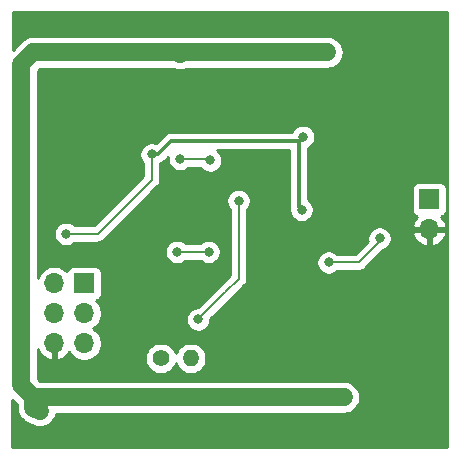
<source format=gbr>
%TF.GenerationSoftware,KiCad,Pcbnew,5.1.6*%
%TF.CreationDate,2020-10-24T08:35:36+02:00*%
%TF.ProjectId,MoCoBiBa_no_charger,4d6f436f-4269-4426-915f-6e6f5f636861,rev?*%
%TF.SameCoordinates,Original*%
%TF.FileFunction,Copper,L2,Bot*%
%TF.FilePolarity,Positive*%
%FSLAX46Y46*%
G04 Gerber Fmt 4.6, Leading zero omitted, Abs format (unit mm)*
G04 Created by KiCad (PCBNEW 5.1.6) date 2020-10-24 08:35:36*
%MOMM*%
%LPD*%
G01*
G04 APERTURE LIST*
%TA.AperFunction,ComponentPad*%
%ADD10O,1.400000X1.400000*%
%TD*%
%TA.AperFunction,ComponentPad*%
%ADD11C,1.400000*%
%TD*%
%TA.AperFunction,ComponentPad*%
%ADD12R,1.700000X1.700000*%
%TD*%
%TA.AperFunction,ComponentPad*%
%ADD13O,1.700000X1.700000*%
%TD*%
%TA.AperFunction,ViaPad*%
%ADD14C,0.800000*%
%TD*%
%TA.AperFunction,Conductor*%
%ADD15C,0.200000*%
%TD*%
%TA.AperFunction,Conductor*%
%ADD16C,1.500000*%
%TD*%
%TA.AperFunction,Conductor*%
%ADD17C,0.300000*%
%TD*%
%TA.AperFunction,Conductor*%
%ADD18C,0.250000*%
%TD*%
%TA.AperFunction,Conductor*%
%ADD19C,0.254000*%
%TD*%
G04 APERTURE END LIST*
D10*
%TO.P,R2,2*%
%TO.N,Net-(R2-Pad2)*%
X45720000Y-59944000D03*
D11*
%TO.P,R2,1*%
%TO.N,Net-(R1-Pad2)*%
X43180000Y-59944000D03*
%TD*%
D12*
%TO.P,J2,1*%
%TO.N,VCC*%
X65913000Y-46482000D03*
D13*
%TO.P,J2,2*%
%TO.N,GND*%
X65913000Y-49022000D03*
%TD*%
D12*
%TO.P,J3,1*%
%TO.N,MISO_ISP*%
X36703000Y-53594000D03*
D13*
%TO.P,J3,2*%
%TO.N,+3V3*%
X34163000Y-53594000D03*
%TO.P,J3,3*%
%TO.N,SCK_ISP*%
X36703000Y-56134000D03*
%TO.P,J3,4*%
%TO.N,MOSI_ISP*%
X34163000Y-56134000D03*
%TO.P,J3,5*%
%TO.N,nRES_ISP*%
X36703000Y-58674000D03*
%TO.P,J3,6*%
%TO.N,GND*%
X34163000Y-58674000D03*
%TD*%
D14*
%TO.N,GND*%
X63754000Y-41581001D03*
X53467000Y-55372000D03*
X54864000Y-50927000D03*
X60325000Y-56388000D03*
X58293000Y-60706000D03*
X37084000Y-51181000D03*
X43815000Y-53213000D03*
X56896000Y-54610000D03*
X57404000Y-56515000D03*
X61849000Y-56007000D03*
X66548000Y-51054000D03*
X63881000Y-49530000D03*
X61722000Y-38608000D03*
X52984400Y-42824400D03*
X56337200Y-43738800D03*
X60299600Y-44856400D03*
X62839600Y-46278800D03*
X40182800Y-36830000D03*
X52222400Y-36576000D03*
X66802000Y-58674000D03*
X32004000Y-31750000D03*
X33324800Y-36271200D03*
X47294800Y-45313600D03*
X38100000Y-41910000D03*
X39116000Y-44704000D03*
X62788800Y-36779200D03*
X40894000Y-60452000D03*
%TO.N,SCK_ISP*%
X44831000Y-43053000D03*
X47371000Y-43180000D03*
%TO.N,nRES_ISP*%
X46355000Y-56642000D03*
X49784000Y-46609000D03*
%TO.N,Accel_Int*%
X44577000Y-50927000D03*
X47244000Y-50927000D03*
%TO.N,VCC*%
X57404000Y-51816000D03*
X61722000Y-49784000D03*
%TO.N,+3V3*%
X32385000Y-34036000D03*
X44831000Y-34163000D03*
X44450000Y-63246000D03*
X58674000Y-63246000D03*
X32941000Y-64389000D03*
X55118000Y-47371000D03*
X42418000Y-42672000D03*
X35179000Y-49403000D03*
X55219600Y-41198800D03*
X57277000Y-34036000D03*
%TD*%
D15*
%TO.N,SCK_ISP*%
X47244000Y-43053000D02*
X47371000Y-43180000D01*
X44831000Y-43053000D02*
X47244000Y-43053000D01*
%TO.N,nRES_ISP*%
X46355000Y-56642000D02*
X48641000Y-54356000D01*
X49784000Y-53213000D02*
X49784000Y-46609000D01*
X48641000Y-54356000D02*
X49784000Y-53213000D01*
%TO.N,Accel_Int*%
X44577000Y-50927000D02*
X47244000Y-50927000D01*
%TO.N,VCC*%
X57404000Y-51816000D02*
X59944000Y-51816000D01*
X59944000Y-51816000D02*
X61722000Y-50038000D01*
X61722000Y-50038000D02*
X61722000Y-49784000D01*
D16*
%TO.N,+3V3*%
X45085000Y-34036000D02*
X32385000Y-34036000D01*
X44958000Y-34036000D02*
X44831000Y-34163000D01*
X45085000Y-34036000D02*
X44958000Y-34036000D01*
X32385000Y-34036000D02*
X31369000Y-35052000D01*
X31369000Y-35052000D02*
X31369000Y-39497000D01*
X31369000Y-62230000D02*
X32385000Y-63246000D01*
X31369000Y-39497000D02*
X31369000Y-62230000D01*
X32385000Y-63246000D02*
X44450000Y-63246000D01*
X44450000Y-63246000D02*
X58674000Y-63246000D01*
X32385000Y-64135000D02*
X32385000Y-63246000D01*
X32941000Y-64389000D02*
X32385000Y-64135000D01*
D17*
X54864000Y-47117000D02*
X55118000Y-47371000D01*
X54864000Y-41529000D02*
X54864000Y-47117000D01*
X54102000Y-41529000D02*
X44069000Y-41529000D01*
X42926000Y-42672000D02*
X42418000Y-42672000D01*
X44069000Y-41529000D02*
X42926000Y-42672000D01*
D15*
X42418000Y-42672000D02*
X42418000Y-44831000D01*
X37846000Y-49403000D02*
X35179000Y-49403000D01*
X42418000Y-44831000D02*
X37846000Y-49403000D01*
D18*
X55219600Y-41198800D02*
X54889400Y-41529000D01*
X54889400Y-41529000D02*
X54838600Y-41529000D01*
D17*
X54838600Y-41529000D02*
X54102000Y-41529000D01*
X54864000Y-41529000D02*
X54838600Y-41529000D01*
D16*
X57277000Y-34036000D02*
X45085000Y-34036000D01*
%TD*%
D19*
%TO.N,GND*%
G36*
X67412001Y-67412000D02*
G01*
X30632000Y-67412000D01*
X30632000Y-63451685D01*
X31000000Y-63819686D01*
X31000000Y-64042072D01*
X30994192Y-64085155D01*
X31000000Y-64178182D01*
X31000000Y-64203036D01*
X31004238Y-64246070D01*
X31011192Y-64357445D01*
X31017589Y-64381617D01*
X31020040Y-64406506D01*
X31052442Y-64513322D01*
X31080987Y-64621187D01*
X31091975Y-64643644D01*
X31099236Y-64667580D01*
X31151850Y-64766014D01*
X31200893Y-64866246D01*
X31216054Y-64886132D01*
X31227843Y-64908187D01*
X31298646Y-64994461D01*
X31366305Y-65083203D01*
X31385054Y-65099749D01*
X31400919Y-65119080D01*
X31487189Y-65189881D01*
X31570864Y-65263722D01*
X31592480Y-65276291D01*
X31611812Y-65292157D01*
X31710249Y-65344773D01*
X31747609Y-65366497D01*
X31770204Y-65376819D01*
X31852419Y-65420764D01*
X31894025Y-65433385D01*
X32427379Y-65677040D01*
X32620778Y-65743359D01*
X32891154Y-65779808D01*
X33163446Y-65762808D01*
X33427188Y-65693013D01*
X33672246Y-65573107D01*
X33889203Y-65407696D01*
X34069722Y-65203136D01*
X34206864Y-64967290D01*
X34295359Y-64709221D01*
X34305904Y-64631000D01*
X58742037Y-64631000D01*
X58945507Y-64610960D01*
X59206581Y-64531764D01*
X59447188Y-64403157D01*
X59658081Y-64230081D01*
X59831157Y-64019188D01*
X59959764Y-63778581D01*
X60038960Y-63517507D01*
X60065701Y-63246000D01*
X60038960Y-62974493D01*
X59959764Y-62713419D01*
X59831157Y-62472812D01*
X59658081Y-62261919D01*
X59447188Y-62088843D01*
X59206581Y-61960236D01*
X58945507Y-61881040D01*
X58742037Y-61861000D01*
X32958686Y-61861000D01*
X32754000Y-61656315D01*
X32754000Y-59137959D01*
X32766175Y-59178099D01*
X32891359Y-59440920D01*
X33065412Y-59674269D01*
X33281645Y-59869178D01*
X33531748Y-60018157D01*
X33806109Y-60115481D01*
X34036000Y-59994814D01*
X34036000Y-58801000D01*
X34016000Y-58801000D01*
X34016000Y-58547000D01*
X34036000Y-58547000D01*
X34036000Y-58527000D01*
X34290000Y-58527000D01*
X34290000Y-58547000D01*
X34310000Y-58547000D01*
X34310000Y-58801000D01*
X34290000Y-58801000D01*
X34290000Y-59994814D01*
X34519891Y-60115481D01*
X34794252Y-60018157D01*
X35044355Y-59869178D01*
X35260588Y-59674269D01*
X35431900Y-59444594D01*
X35549525Y-59620632D01*
X35756368Y-59827475D01*
X35999589Y-59989990D01*
X36269842Y-60101932D01*
X36556740Y-60159000D01*
X36849260Y-60159000D01*
X37136158Y-60101932D01*
X37406411Y-59989990D01*
X37649632Y-59827475D01*
X37664593Y-59812514D01*
X41845000Y-59812514D01*
X41845000Y-60075486D01*
X41896304Y-60333405D01*
X41996939Y-60576359D01*
X42143038Y-60795013D01*
X42328987Y-60980962D01*
X42547641Y-61127061D01*
X42790595Y-61227696D01*
X43048514Y-61279000D01*
X43311486Y-61279000D01*
X43569405Y-61227696D01*
X43812359Y-61127061D01*
X44031013Y-60980962D01*
X44216962Y-60795013D01*
X44363061Y-60576359D01*
X44450000Y-60366470D01*
X44536939Y-60576359D01*
X44683038Y-60795013D01*
X44868987Y-60980962D01*
X45087641Y-61127061D01*
X45330595Y-61227696D01*
X45588514Y-61279000D01*
X45851486Y-61279000D01*
X46109405Y-61227696D01*
X46352359Y-61127061D01*
X46571013Y-60980962D01*
X46756962Y-60795013D01*
X46903061Y-60576359D01*
X47003696Y-60333405D01*
X47055000Y-60075486D01*
X47055000Y-59812514D01*
X47003696Y-59554595D01*
X46903061Y-59311641D01*
X46756962Y-59092987D01*
X46571013Y-58907038D01*
X46352359Y-58760939D01*
X46109405Y-58660304D01*
X45851486Y-58609000D01*
X45588514Y-58609000D01*
X45330595Y-58660304D01*
X45087641Y-58760939D01*
X44868987Y-58907038D01*
X44683038Y-59092987D01*
X44536939Y-59311641D01*
X44450000Y-59521530D01*
X44363061Y-59311641D01*
X44216962Y-59092987D01*
X44031013Y-58907038D01*
X43812359Y-58760939D01*
X43569405Y-58660304D01*
X43311486Y-58609000D01*
X43048514Y-58609000D01*
X42790595Y-58660304D01*
X42547641Y-58760939D01*
X42328987Y-58907038D01*
X42143038Y-59092987D01*
X41996939Y-59311641D01*
X41896304Y-59554595D01*
X41845000Y-59812514D01*
X37664593Y-59812514D01*
X37856475Y-59620632D01*
X38018990Y-59377411D01*
X38130932Y-59107158D01*
X38188000Y-58820260D01*
X38188000Y-58527740D01*
X38130932Y-58240842D01*
X38018990Y-57970589D01*
X37856475Y-57727368D01*
X37649632Y-57520525D01*
X37475240Y-57404000D01*
X37649632Y-57287475D01*
X37856475Y-57080632D01*
X38018990Y-56837411D01*
X38130932Y-56567158D01*
X38136321Y-56540061D01*
X45320000Y-56540061D01*
X45320000Y-56743939D01*
X45359774Y-56943898D01*
X45437795Y-57132256D01*
X45551063Y-57301774D01*
X45695226Y-57445937D01*
X45864744Y-57559205D01*
X46053102Y-57637226D01*
X46253061Y-57677000D01*
X46456939Y-57677000D01*
X46656898Y-57637226D01*
X46845256Y-57559205D01*
X47014774Y-57445937D01*
X47158937Y-57301774D01*
X47272205Y-57132256D01*
X47350226Y-56943898D01*
X47390000Y-56743939D01*
X47390000Y-56646446D01*
X49186253Y-54850194D01*
X49186257Y-54850189D01*
X50278197Y-53758250D01*
X50306237Y-53735238D01*
X50329250Y-53707197D01*
X50329253Y-53707194D01*
X50356770Y-53673664D01*
X50398087Y-53623320D01*
X50466337Y-53495633D01*
X50508365Y-53357085D01*
X50519000Y-53249105D01*
X50519000Y-53249098D01*
X50522555Y-53213001D01*
X50519000Y-53176904D01*
X50519000Y-51714061D01*
X56369000Y-51714061D01*
X56369000Y-51917939D01*
X56408774Y-52117898D01*
X56486795Y-52306256D01*
X56600063Y-52475774D01*
X56744226Y-52619937D01*
X56913744Y-52733205D01*
X57102102Y-52811226D01*
X57302061Y-52851000D01*
X57505939Y-52851000D01*
X57705898Y-52811226D01*
X57894256Y-52733205D01*
X58063774Y-52619937D01*
X58132711Y-52551000D01*
X59907895Y-52551000D01*
X59944000Y-52554556D01*
X59980105Y-52551000D01*
X60088085Y-52540365D01*
X60226633Y-52498337D01*
X60354320Y-52430087D01*
X60466238Y-52338238D01*
X60489258Y-52310188D01*
X62019308Y-50780139D01*
X62023898Y-50779226D01*
X62212256Y-50701205D01*
X62381774Y-50587937D01*
X62525937Y-50443774D01*
X62639205Y-50274256D01*
X62717226Y-50085898D01*
X62757000Y-49885939D01*
X62757000Y-49682061D01*
X62717226Y-49482102D01*
X62674474Y-49378890D01*
X64471524Y-49378890D01*
X64516175Y-49526099D01*
X64641359Y-49788920D01*
X64815412Y-50022269D01*
X65031645Y-50217178D01*
X65281748Y-50366157D01*
X65556109Y-50463481D01*
X65786000Y-50342814D01*
X65786000Y-49149000D01*
X66040000Y-49149000D01*
X66040000Y-50342814D01*
X66269891Y-50463481D01*
X66544252Y-50366157D01*
X66794355Y-50217178D01*
X67010588Y-50022269D01*
X67184641Y-49788920D01*
X67309825Y-49526099D01*
X67354476Y-49378890D01*
X67233155Y-49149000D01*
X66040000Y-49149000D01*
X65786000Y-49149000D01*
X64592845Y-49149000D01*
X64471524Y-49378890D01*
X62674474Y-49378890D01*
X62639205Y-49293744D01*
X62525937Y-49124226D01*
X62381774Y-48980063D01*
X62212256Y-48866795D01*
X62023898Y-48788774D01*
X61823939Y-48749000D01*
X61620061Y-48749000D01*
X61420102Y-48788774D01*
X61231744Y-48866795D01*
X61062226Y-48980063D01*
X60918063Y-49124226D01*
X60804795Y-49293744D01*
X60726774Y-49482102D01*
X60687000Y-49682061D01*
X60687000Y-49885939D01*
X60711491Y-50009063D01*
X59639554Y-51081000D01*
X58132711Y-51081000D01*
X58063774Y-51012063D01*
X57894256Y-50898795D01*
X57705898Y-50820774D01*
X57505939Y-50781000D01*
X57302061Y-50781000D01*
X57102102Y-50820774D01*
X56913744Y-50898795D01*
X56744226Y-51012063D01*
X56600063Y-51156226D01*
X56486795Y-51325744D01*
X56408774Y-51514102D01*
X56369000Y-51714061D01*
X50519000Y-51714061D01*
X50519000Y-47337711D01*
X50587937Y-47268774D01*
X50701205Y-47099256D01*
X50779226Y-46910898D01*
X50819000Y-46710939D01*
X50819000Y-46507061D01*
X50779226Y-46307102D01*
X50701205Y-46118744D01*
X50587937Y-45949226D01*
X50443774Y-45805063D01*
X50274256Y-45691795D01*
X50085898Y-45613774D01*
X49885939Y-45574000D01*
X49682061Y-45574000D01*
X49482102Y-45613774D01*
X49293744Y-45691795D01*
X49124226Y-45805063D01*
X48980063Y-45949226D01*
X48866795Y-46118744D01*
X48788774Y-46307102D01*
X48749000Y-46507061D01*
X48749000Y-46710939D01*
X48788774Y-46910898D01*
X48866795Y-47099256D01*
X48980063Y-47268774D01*
X49049001Y-47337712D01*
X49049000Y-52908553D01*
X48146811Y-53810743D01*
X48146806Y-53810747D01*
X46350554Y-55607000D01*
X46253061Y-55607000D01*
X46053102Y-55646774D01*
X45864744Y-55724795D01*
X45695226Y-55838063D01*
X45551063Y-55982226D01*
X45437795Y-56151744D01*
X45359774Y-56340102D01*
X45320000Y-56540061D01*
X38136321Y-56540061D01*
X38188000Y-56280260D01*
X38188000Y-55987740D01*
X38130932Y-55700842D01*
X38018990Y-55430589D01*
X37856475Y-55187368D01*
X37724620Y-55055513D01*
X37797180Y-55033502D01*
X37907494Y-54974537D01*
X38004185Y-54895185D01*
X38083537Y-54798494D01*
X38142502Y-54688180D01*
X38178812Y-54568482D01*
X38191072Y-54444000D01*
X38191072Y-52744000D01*
X38178812Y-52619518D01*
X38142502Y-52499820D01*
X38083537Y-52389506D01*
X38004185Y-52292815D01*
X37907494Y-52213463D01*
X37797180Y-52154498D01*
X37677482Y-52118188D01*
X37553000Y-52105928D01*
X35853000Y-52105928D01*
X35728518Y-52118188D01*
X35608820Y-52154498D01*
X35498506Y-52213463D01*
X35401815Y-52292815D01*
X35322463Y-52389506D01*
X35263498Y-52499820D01*
X35241487Y-52572380D01*
X35109632Y-52440525D01*
X34866411Y-52278010D01*
X34596158Y-52166068D01*
X34309260Y-52109000D01*
X34016740Y-52109000D01*
X33729842Y-52166068D01*
X33459589Y-52278010D01*
X33216368Y-52440525D01*
X33009525Y-52647368D01*
X32847010Y-52890589D01*
X32754000Y-53115136D01*
X32754000Y-50825061D01*
X43542000Y-50825061D01*
X43542000Y-51028939D01*
X43581774Y-51228898D01*
X43659795Y-51417256D01*
X43773063Y-51586774D01*
X43917226Y-51730937D01*
X44086744Y-51844205D01*
X44275102Y-51922226D01*
X44475061Y-51962000D01*
X44678939Y-51962000D01*
X44878898Y-51922226D01*
X45067256Y-51844205D01*
X45236774Y-51730937D01*
X45305711Y-51662000D01*
X46515289Y-51662000D01*
X46584226Y-51730937D01*
X46753744Y-51844205D01*
X46942102Y-51922226D01*
X47142061Y-51962000D01*
X47345939Y-51962000D01*
X47545898Y-51922226D01*
X47734256Y-51844205D01*
X47903774Y-51730937D01*
X48047937Y-51586774D01*
X48161205Y-51417256D01*
X48239226Y-51228898D01*
X48279000Y-51028939D01*
X48279000Y-50825061D01*
X48239226Y-50625102D01*
X48161205Y-50436744D01*
X48047937Y-50267226D01*
X47903774Y-50123063D01*
X47734256Y-50009795D01*
X47545898Y-49931774D01*
X47345939Y-49892000D01*
X47142061Y-49892000D01*
X46942102Y-49931774D01*
X46753744Y-50009795D01*
X46584226Y-50123063D01*
X46515289Y-50192000D01*
X45305711Y-50192000D01*
X45236774Y-50123063D01*
X45067256Y-50009795D01*
X44878898Y-49931774D01*
X44678939Y-49892000D01*
X44475061Y-49892000D01*
X44275102Y-49931774D01*
X44086744Y-50009795D01*
X43917226Y-50123063D01*
X43773063Y-50267226D01*
X43659795Y-50436744D01*
X43581774Y-50625102D01*
X43542000Y-50825061D01*
X32754000Y-50825061D01*
X32754000Y-49301061D01*
X34144000Y-49301061D01*
X34144000Y-49504939D01*
X34183774Y-49704898D01*
X34261795Y-49893256D01*
X34375063Y-50062774D01*
X34519226Y-50206937D01*
X34688744Y-50320205D01*
X34877102Y-50398226D01*
X35077061Y-50438000D01*
X35280939Y-50438000D01*
X35480898Y-50398226D01*
X35669256Y-50320205D01*
X35838774Y-50206937D01*
X35907711Y-50138000D01*
X37809895Y-50138000D01*
X37846000Y-50141556D01*
X37882105Y-50138000D01*
X37990085Y-50127365D01*
X38128633Y-50085337D01*
X38256320Y-50017087D01*
X38368238Y-49925238D01*
X38391259Y-49897187D01*
X42912193Y-45376254D01*
X42940238Y-45353238D01*
X43032087Y-45241320D01*
X43100337Y-45113633D01*
X43142365Y-44975085D01*
X43153000Y-44867105D01*
X43153000Y-44867096D01*
X43156555Y-44831001D01*
X43153000Y-44794906D01*
X43153000Y-43423462D01*
X43227860Y-43400754D01*
X43364233Y-43327862D01*
X43483764Y-43229764D01*
X43508347Y-43199810D01*
X43805660Y-42902497D01*
X43796000Y-42951061D01*
X43796000Y-43154939D01*
X43835774Y-43354898D01*
X43913795Y-43543256D01*
X44027063Y-43712774D01*
X44171226Y-43856937D01*
X44340744Y-43970205D01*
X44529102Y-44048226D01*
X44729061Y-44088000D01*
X44932939Y-44088000D01*
X45132898Y-44048226D01*
X45321256Y-43970205D01*
X45490774Y-43856937D01*
X45559711Y-43788000D01*
X46532469Y-43788000D01*
X46567063Y-43839774D01*
X46711226Y-43983937D01*
X46880744Y-44097205D01*
X47069102Y-44175226D01*
X47269061Y-44215000D01*
X47472939Y-44215000D01*
X47672898Y-44175226D01*
X47861256Y-44097205D01*
X48030774Y-43983937D01*
X48174937Y-43839774D01*
X48288205Y-43670256D01*
X48366226Y-43481898D01*
X48406000Y-43281939D01*
X48406000Y-43078061D01*
X48366226Y-42878102D01*
X48288205Y-42689744D01*
X48174937Y-42520226D01*
X48030774Y-42376063D01*
X47937890Y-42314000D01*
X54079000Y-42314000D01*
X54079001Y-47078437D01*
X54075203Y-47117000D01*
X54087802Y-47244921D01*
X54083000Y-47269061D01*
X54083000Y-47472939D01*
X54122774Y-47672898D01*
X54200795Y-47861256D01*
X54314063Y-48030774D01*
X54458226Y-48174937D01*
X54627744Y-48288205D01*
X54816102Y-48366226D01*
X55016061Y-48406000D01*
X55219939Y-48406000D01*
X55419898Y-48366226D01*
X55608256Y-48288205D01*
X55777774Y-48174937D01*
X55921937Y-48030774D01*
X56035205Y-47861256D01*
X56113226Y-47672898D01*
X56153000Y-47472939D01*
X56153000Y-47269061D01*
X56113226Y-47069102D01*
X56035205Y-46880744D01*
X55921937Y-46711226D01*
X55777774Y-46567063D01*
X55649000Y-46481019D01*
X55649000Y-45632000D01*
X64424928Y-45632000D01*
X64424928Y-47332000D01*
X64437188Y-47456482D01*
X64473498Y-47576180D01*
X64532463Y-47686494D01*
X64611815Y-47783185D01*
X64708506Y-47862537D01*
X64818820Y-47921502D01*
X64899466Y-47945966D01*
X64815412Y-48021731D01*
X64641359Y-48255080D01*
X64516175Y-48517901D01*
X64471524Y-48665110D01*
X64592845Y-48895000D01*
X65786000Y-48895000D01*
X65786000Y-48875000D01*
X66040000Y-48875000D01*
X66040000Y-48895000D01*
X67233155Y-48895000D01*
X67354476Y-48665110D01*
X67309825Y-48517901D01*
X67184641Y-48255080D01*
X67010588Y-48021731D01*
X66926534Y-47945966D01*
X67007180Y-47921502D01*
X67117494Y-47862537D01*
X67214185Y-47783185D01*
X67293537Y-47686494D01*
X67352502Y-47576180D01*
X67388812Y-47456482D01*
X67401072Y-47332000D01*
X67401072Y-45632000D01*
X67388812Y-45507518D01*
X67352502Y-45387820D01*
X67293537Y-45277506D01*
X67214185Y-45180815D01*
X67117494Y-45101463D01*
X67007180Y-45042498D01*
X66887482Y-45006188D01*
X66763000Y-44993928D01*
X65063000Y-44993928D01*
X64938518Y-45006188D01*
X64818820Y-45042498D01*
X64708506Y-45101463D01*
X64611815Y-45180815D01*
X64532463Y-45277506D01*
X64473498Y-45387820D01*
X64437188Y-45507518D01*
X64424928Y-45632000D01*
X55649000Y-45632000D01*
X55649000Y-42141213D01*
X55709856Y-42116005D01*
X55879374Y-42002737D01*
X56023537Y-41858574D01*
X56136805Y-41689056D01*
X56214826Y-41500698D01*
X56254600Y-41300739D01*
X56254600Y-41096861D01*
X56214826Y-40896902D01*
X56136805Y-40708544D01*
X56023537Y-40539026D01*
X55879374Y-40394863D01*
X55709856Y-40281595D01*
X55521498Y-40203574D01*
X55321539Y-40163800D01*
X55117661Y-40163800D01*
X54917702Y-40203574D01*
X54729344Y-40281595D01*
X54559826Y-40394863D01*
X54415663Y-40539026D01*
X54302395Y-40708544D01*
X54287709Y-40744000D01*
X44107552Y-40744000D01*
X44068999Y-40740203D01*
X44030446Y-40744000D01*
X44030439Y-40744000D01*
X43929490Y-40753943D01*
X43915112Y-40755359D01*
X43767140Y-40800246D01*
X43630767Y-40873138D01*
X43590050Y-40906554D01*
X43541187Y-40946655D01*
X43541184Y-40946658D01*
X43511236Y-40971236D01*
X43486658Y-41001185D01*
X42784365Y-41703477D01*
X42719898Y-41676774D01*
X42519939Y-41637000D01*
X42316061Y-41637000D01*
X42116102Y-41676774D01*
X41927744Y-41754795D01*
X41758226Y-41868063D01*
X41614063Y-42012226D01*
X41500795Y-42181744D01*
X41422774Y-42370102D01*
X41383000Y-42570061D01*
X41383000Y-42773939D01*
X41422774Y-42973898D01*
X41500795Y-43162256D01*
X41614063Y-43331774D01*
X41683000Y-43400711D01*
X41683001Y-44526552D01*
X37541554Y-48668000D01*
X35907711Y-48668000D01*
X35838774Y-48599063D01*
X35669256Y-48485795D01*
X35480898Y-48407774D01*
X35280939Y-48368000D01*
X35077061Y-48368000D01*
X34877102Y-48407774D01*
X34688744Y-48485795D01*
X34519226Y-48599063D01*
X34375063Y-48743226D01*
X34261795Y-48912744D01*
X34183774Y-49101102D01*
X34144000Y-49301061D01*
X32754000Y-49301061D01*
X32754000Y-35625685D01*
X32958686Y-35421000D01*
X44246477Y-35421000D01*
X44298420Y-35448764D01*
X44559493Y-35527960D01*
X44831000Y-35554700D01*
X45102507Y-35527960D01*
X45363580Y-35448764D01*
X45415523Y-35421000D01*
X57345037Y-35421000D01*
X57548507Y-35400960D01*
X57809581Y-35321764D01*
X58050188Y-35193157D01*
X58261081Y-35020081D01*
X58434157Y-34809188D01*
X58562764Y-34568581D01*
X58641960Y-34307507D01*
X58668701Y-34036000D01*
X58641960Y-33764493D01*
X58562764Y-33503419D01*
X58434157Y-33262812D01*
X58261081Y-33051919D01*
X58050188Y-32878843D01*
X57809581Y-32750236D01*
X57548507Y-32671040D01*
X57345037Y-32651000D01*
X45026026Y-32651000D01*
X44957999Y-32644300D01*
X44889973Y-32651000D01*
X32453029Y-32651000D01*
X32385000Y-32644300D01*
X32316971Y-32651000D01*
X32316963Y-32651000D01*
X32136892Y-32668735D01*
X32113492Y-32671040D01*
X31852419Y-32750236D01*
X31611812Y-32878843D01*
X31611810Y-32878844D01*
X31611811Y-32878844D01*
X31453766Y-33008548D01*
X31453764Y-33008550D01*
X31400919Y-33051919D01*
X31357550Y-33104764D01*
X30657000Y-33805315D01*
X30657000Y-30657000D01*
X65057647Y-30657000D01*
X65158283Y-30647088D01*
X65208022Y-30632000D01*
X67412000Y-30632000D01*
X67412001Y-67412000D01*
G37*
X67412001Y-67412000D02*
X30632000Y-67412000D01*
X30632000Y-63451685D01*
X31000000Y-63819686D01*
X31000000Y-64042072D01*
X30994192Y-64085155D01*
X31000000Y-64178182D01*
X31000000Y-64203036D01*
X31004238Y-64246070D01*
X31011192Y-64357445D01*
X31017589Y-64381617D01*
X31020040Y-64406506D01*
X31052442Y-64513322D01*
X31080987Y-64621187D01*
X31091975Y-64643644D01*
X31099236Y-64667580D01*
X31151850Y-64766014D01*
X31200893Y-64866246D01*
X31216054Y-64886132D01*
X31227843Y-64908187D01*
X31298646Y-64994461D01*
X31366305Y-65083203D01*
X31385054Y-65099749D01*
X31400919Y-65119080D01*
X31487189Y-65189881D01*
X31570864Y-65263722D01*
X31592480Y-65276291D01*
X31611812Y-65292157D01*
X31710249Y-65344773D01*
X31747609Y-65366497D01*
X31770204Y-65376819D01*
X31852419Y-65420764D01*
X31894025Y-65433385D01*
X32427379Y-65677040D01*
X32620778Y-65743359D01*
X32891154Y-65779808D01*
X33163446Y-65762808D01*
X33427188Y-65693013D01*
X33672246Y-65573107D01*
X33889203Y-65407696D01*
X34069722Y-65203136D01*
X34206864Y-64967290D01*
X34295359Y-64709221D01*
X34305904Y-64631000D01*
X58742037Y-64631000D01*
X58945507Y-64610960D01*
X59206581Y-64531764D01*
X59447188Y-64403157D01*
X59658081Y-64230081D01*
X59831157Y-64019188D01*
X59959764Y-63778581D01*
X60038960Y-63517507D01*
X60065701Y-63246000D01*
X60038960Y-62974493D01*
X59959764Y-62713419D01*
X59831157Y-62472812D01*
X59658081Y-62261919D01*
X59447188Y-62088843D01*
X59206581Y-61960236D01*
X58945507Y-61881040D01*
X58742037Y-61861000D01*
X32958686Y-61861000D01*
X32754000Y-61656315D01*
X32754000Y-59137959D01*
X32766175Y-59178099D01*
X32891359Y-59440920D01*
X33065412Y-59674269D01*
X33281645Y-59869178D01*
X33531748Y-60018157D01*
X33806109Y-60115481D01*
X34036000Y-59994814D01*
X34036000Y-58801000D01*
X34016000Y-58801000D01*
X34016000Y-58547000D01*
X34036000Y-58547000D01*
X34036000Y-58527000D01*
X34290000Y-58527000D01*
X34290000Y-58547000D01*
X34310000Y-58547000D01*
X34310000Y-58801000D01*
X34290000Y-58801000D01*
X34290000Y-59994814D01*
X34519891Y-60115481D01*
X34794252Y-60018157D01*
X35044355Y-59869178D01*
X35260588Y-59674269D01*
X35431900Y-59444594D01*
X35549525Y-59620632D01*
X35756368Y-59827475D01*
X35999589Y-59989990D01*
X36269842Y-60101932D01*
X36556740Y-60159000D01*
X36849260Y-60159000D01*
X37136158Y-60101932D01*
X37406411Y-59989990D01*
X37649632Y-59827475D01*
X37664593Y-59812514D01*
X41845000Y-59812514D01*
X41845000Y-60075486D01*
X41896304Y-60333405D01*
X41996939Y-60576359D01*
X42143038Y-60795013D01*
X42328987Y-60980962D01*
X42547641Y-61127061D01*
X42790595Y-61227696D01*
X43048514Y-61279000D01*
X43311486Y-61279000D01*
X43569405Y-61227696D01*
X43812359Y-61127061D01*
X44031013Y-60980962D01*
X44216962Y-60795013D01*
X44363061Y-60576359D01*
X44450000Y-60366470D01*
X44536939Y-60576359D01*
X44683038Y-60795013D01*
X44868987Y-60980962D01*
X45087641Y-61127061D01*
X45330595Y-61227696D01*
X45588514Y-61279000D01*
X45851486Y-61279000D01*
X46109405Y-61227696D01*
X46352359Y-61127061D01*
X46571013Y-60980962D01*
X46756962Y-60795013D01*
X46903061Y-60576359D01*
X47003696Y-60333405D01*
X47055000Y-60075486D01*
X47055000Y-59812514D01*
X47003696Y-59554595D01*
X46903061Y-59311641D01*
X46756962Y-59092987D01*
X46571013Y-58907038D01*
X46352359Y-58760939D01*
X46109405Y-58660304D01*
X45851486Y-58609000D01*
X45588514Y-58609000D01*
X45330595Y-58660304D01*
X45087641Y-58760939D01*
X44868987Y-58907038D01*
X44683038Y-59092987D01*
X44536939Y-59311641D01*
X44450000Y-59521530D01*
X44363061Y-59311641D01*
X44216962Y-59092987D01*
X44031013Y-58907038D01*
X43812359Y-58760939D01*
X43569405Y-58660304D01*
X43311486Y-58609000D01*
X43048514Y-58609000D01*
X42790595Y-58660304D01*
X42547641Y-58760939D01*
X42328987Y-58907038D01*
X42143038Y-59092987D01*
X41996939Y-59311641D01*
X41896304Y-59554595D01*
X41845000Y-59812514D01*
X37664593Y-59812514D01*
X37856475Y-59620632D01*
X38018990Y-59377411D01*
X38130932Y-59107158D01*
X38188000Y-58820260D01*
X38188000Y-58527740D01*
X38130932Y-58240842D01*
X38018990Y-57970589D01*
X37856475Y-57727368D01*
X37649632Y-57520525D01*
X37475240Y-57404000D01*
X37649632Y-57287475D01*
X37856475Y-57080632D01*
X38018990Y-56837411D01*
X38130932Y-56567158D01*
X38136321Y-56540061D01*
X45320000Y-56540061D01*
X45320000Y-56743939D01*
X45359774Y-56943898D01*
X45437795Y-57132256D01*
X45551063Y-57301774D01*
X45695226Y-57445937D01*
X45864744Y-57559205D01*
X46053102Y-57637226D01*
X46253061Y-57677000D01*
X46456939Y-57677000D01*
X46656898Y-57637226D01*
X46845256Y-57559205D01*
X47014774Y-57445937D01*
X47158937Y-57301774D01*
X47272205Y-57132256D01*
X47350226Y-56943898D01*
X47390000Y-56743939D01*
X47390000Y-56646446D01*
X49186253Y-54850194D01*
X49186257Y-54850189D01*
X50278197Y-53758250D01*
X50306237Y-53735238D01*
X50329250Y-53707197D01*
X50329253Y-53707194D01*
X50356770Y-53673664D01*
X50398087Y-53623320D01*
X50466337Y-53495633D01*
X50508365Y-53357085D01*
X50519000Y-53249105D01*
X50519000Y-53249098D01*
X50522555Y-53213001D01*
X50519000Y-53176904D01*
X50519000Y-51714061D01*
X56369000Y-51714061D01*
X56369000Y-51917939D01*
X56408774Y-52117898D01*
X56486795Y-52306256D01*
X56600063Y-52475774D01*
X56744226Y-52619937D01*
X56913744Y-52733205D01*
X57102102Y-52811226D01*
X57302061Y-52851000D01*
X57505939Y-52851000D01*
X57705898Y-52811226D01*
X57894256Y-52733205D01*
X58063774Y-52619937D01*
X58132711Y-52551000D01*
X59907895Y-52551000D01*
X59944000Y-52554556D01*
X59980105Y-52551000D01*
X60088085Y-52540365D01*
X60226633Y-52498337D01*
X60354320Y-52430087D01*
X60466238Y-52338238D01*
X60489258Y-52310188D01*
X62019308Y-50780139D01*
X62023898Y-50779226D01*
X62212256Y-50701205D01*
X62381774Y-50587937D01*
X62525937Y-50443774D01*
X62639205Y-50274256D01*
X62717226Y-50085898D01*
X62757000Y-49885939D01*
X62757000Y-49682061D01*
X62717226Y-49482102D01*
X62674474Y-49378890D01*
X64471524Y-49378890D01*
X64516175Y-49526099D01*
X64641359Y-49788920D01*
X64815412Y-50022269D01*
X65031645Y-50217178D01*
X65281748Y-50366157D01*
X65556109Y-50463481D01*
X65786000Y-50342814D01*
X65786000Y-49149000D01*
X66040000Y-49149000D01*
X66040000Y-50342814D01*
X66269891Y-50463481D01*
X66544252Y-50366157D01*
X66794355Y-50217178D01*
X67010588Y-50022269D01*
X67184641Y-49788920D01*
X67309825Y-49526099D01*
X67354476Y-49378890D01*
X67233155Y-49149000D01*
X66040000Y-49149000D01*
X65786000Y-49149000D01*
X64592845Y-49149000D01*
X64471524Y-49378890D01*
X62674474Y-49378890D01*
X62639205Y-49293744D01*
X62525937Y-49124226D01*
X62381774Y-48980063D01*
X62212256Y-48866795D01*
X62023898Y-48788774D01*
X61823939Y-48749000D01*
X61620061Y-48749000D01*
X61420102Y-48788774D01*
X61231744Y-48866795D01*
X61062226Y-48980063D01*
X60918063Y-49124226D01*
X60804795Y-49293744D01*
X60726774Y-49482102D01*
X60687000Y-49682061D01*
X60687000Y-49885939D01*
X60711491Y-50009063D01*
X59639554Y-51081000D01*
X58132711Y-51081000D01*
X58063774Y-51012063D01*
X57894256Y-50898795D01*
X57705898Y-50820774D01*
X57505939Y-50781000D01*
X57302061Y-50781000D01*
X57102102Y-50820774D01*
X56913744Y-50898795D01*
X56744226Y-51012063D01*
X56600063Y-51156226D01*
X56486795Y-51325744D01*
X56408774Y-51514102D01*
X56369000Y-51714061D01*
X50519000Y-51714061D01*
X50519000Y-47337711D01*
X50587937Y-47268774D01*
X50701205Y-47099256D01*
X50779226Y-46910898D01*
X50819000Y-46710939D01*
X50819000Y-46507061D01*
X50779226Y-46307102D01*
X50701205Y-46118744D01*
X50587937Y-45949226D01*
X50443774Y-45805063D01*
X50274256Y-45691795D01*
X50085898Y-45613774D01*
X49885939Y-45574000D01*
X49682061Y-45574000D01*
X49482102Y-45613774D01*
X49293744Y-45691795D01*
X49124226Y-45805063D01*
X48980063Y-45949226D01*
X48866795Y-46118744D01*
X48788774Y-46307102D01*
X48749000Y-46507061D01*
X48749000Y-46710939D01*
X48788774Y-46910898D01*
X48866795Y-47099256D01*
X48980063Y-47268774D01*
X49049001Y-47337712D01*
X49049000Y-52908553D01*
X48146811Y-53810743D01*
X48146806Y-53810747D01*
X46350554Y-55607000D01*
X46253061Y-55607000D01*
X46053102Y-55646774D01*
X45864744Y-55724795D01*
X45695226Y-55838063D01*
X45551063Y-55982226D01*
X45437795Y-56151744D01*
X45359774Y-56340102D01*
X45320000Y-56540061D01*
X38136321Y-56540061D01*
X38188000Y-56280260D01*
X38188000Y-55987740D01*
X38130932Y-55700842D01*
X38018990Y-55430589D01*
X37856475Y-55187368D01*
X37724620Y-55055513D01*
X37797180Y-55033502D01*
X37907494Y-54974537D01*
X38004185Y-54895185D01*
X38083537Y-54798494D01*
X38142502Y-54688180D01*
X38178812Y-54568482D01*
X38191072Y-54444000D01*
X38191072Y-52744000D01*
X38178812Y-52619518D01*
X38142502Y-52499820D01*
X38083537Y-52389506D01*
X38004185Y-52292815D01*
X37907494Y-52213463D01*
X37797180Y-52154498D01*
X37677482Y-52118188D01*
X37553000Y-52105928D01*
X35853000Y-52105928D01*
X35728518Y-52118188D01*
X35608820Y-52154498D01*
X35498506Y-52213463D01*
X35401815Y-52292815D01*
X35322463Y-52389506D01*
X35263498Y-52499820D01*
X35241487Y-52572380D01*
X35109632Y-52440525D01*
X34866411Y-52278010D01*
X34596158Y-52166068D01*
X34309260Y-52109000D01*
X34016740Y-52109000D01*
X33729842Y-52166068D01*
X33459589Y-52278010D01*
X33216368Y-52440525D01*
X33009525Y-52647368D01*
X32847010Y-52890589D01*
X32754000Y-53115136D01*
X32754000Y-50825061D01*
X43542000Y-50825061D01*
X43542000Y-51028939D01*
X43581774Y-51228898D01*
X43659795Y-51417256D01*
X43773063Y-51586774D01*
X43917226Y-51730937D01*
X44086744Y-51844205D01*
X44275102Y-51922226D01*
X44475061Y-51962000D01*
X44678939Y-51962000D01*
X44878898Y-51922226D01*
X45067256Y-51844205D01*
X45236774Y-51730937D01*
X45305711Y-51662000D01*
X46515289Y-51662000D01*
X46584226Y-51730937D01*
X46753744Y-51844205D01*
X46942102Y-51922226D01*
X47142061Y-51962000D01*
X47345939Y-51962000D01*
X47545898Y-51922226D01*
X47734256Y-51844205D01*
X47903774Y-51730937D01*
X48047937Y-51586774D01*
X48161205Y-51417256D01*
X48239226Y-51228898D01*
X48279000Y-51028939D01*
X48279000Y-50825061D01*
X48239226Y-50625102D01*
X48161205Y-50436744D01*
X48047937Y-50267226D01*
X47903774Y-50123063D01*
X47734256Y-50009795D01*
X47545898Y-49931774D01*
X47345939Y-49892000D01*
X47142061Y-49892000D01*
X46942102Y-49931774D01*
X46753744Y-50009795D01*
X46584226Y-50123063D01*
X46515289Y-50192000D01*
X45305711Y-50192000D01*
X45236774Y-50123063D01*
X45067256Y-50009795D01*
X44878898Y-49931774D01*
X44678939Y-49892000D01*
X44475061Y-49892000D01*
X44275102Y-49931774D01*
X44086744Y-50009795D01*
X43917226Y-50123063D01*
X43773063Y-50267226D01*
X43659795Y-50436744D01*
X43581774Y-50625102D01*
X43542000Y-50825061D01*
X32754000Y-50825061D01*
X32754000Y-49301061D01*
X34144000Y-49301061D01*
X34144000Y-49504939D01*
X34183774Y-49704898D01*
X34261795Y-49893256D01*
X34375063Y-50062774D01*
X34519226Y-50206937D01*
X34688744Y-50320205D01*
X34877102Y-50398226D01*
X35077061Y-50438000D01*
X35280939Y-50438000D01*
X35480898Y-50398226D01*
X35669256Y-50320205D01*
X35838774Y-50206937D01*
X35907711Y-50138000D01*
X37809895Y-50138000D01*
X37846000Y-50141556D01*
X37882105Y-50138000D01*
X37990085Y-50127365D01*
X38128633Y-50085337D01*
X38256320Y-50017087D01*
X38368238Y-49925238D01*
X38391259Y-49897187D01*
X42912193Y-45376254D01*
X42940238Y-45353238D01*
X43032087Y-45241320D01*
X43100337Y-45113633D01*
X43142365Y-44975085D01*
X43153000Y-44867105D01*
X43153000Y-44867096D01*
X43156555Y-44831001D01*
X43153000Y-44794906D01*
X43153000Y-43423462D01*
X43227860Y-43400754D01*
X43364233Y-43327862D01*
X43483764Y-43229764D01*
X43508347Y-43199810D01*
X43805660Y-42902497D01*
X43796000Y-42951061D01*
X43796000Y-43154939D01*
X43835774Y-43354898D01*
X43913795Y-43543256D01*
X44027063Y-43712774D01*
X44171226Y-43856937D01*
X44340744Y-43970205D01*
X44529102Y-44048226D01*
X44729061Y-44088000D01*
X44932939Y-44088000D01*
X45132898Y-44048226D01*
X45321256Y-43970205D01*
X45490774Y-43856937D01*
X45559711Y-43788000D01*
X46532469Y-43788000D01*
X46567063Y-43839774D01*
X46711226Y-43983937D01*
X46880744Y-44097205D01*
X47069102Y-44175226D01*
X47269061Y-44215000D01*
X47472939Y-44215000D01*
X47672898Y-44175226D01*
X47861256Y-44097205D01*
X48030774Y-43983937D01*
X48174937Y-43839774D01*
X48288205Y-43670256D01*
X48366226Y-43481898D01*
X48406000Y-43281939D01*
X48406000Y-43078061D01*
X48366226Y-42878102D01*
X48288205Y-42689744D01*
X48174937Y-42520226D01*
X48030774Y-42376063D01*
X47937890Y-42314000D01*
X54079000Y-42314000D01*
X54079001Y-47078437D01*
X54075203Y-47117000D01*
X54087802Y-47244921D01*
X54083000Y-47269061D01*
X54083000Y-47472939D01*
X54122774Y-47672898D01*
X54200795Y-47861256D01*
X54314063Y-48030774D01*
X54458226Y-48174937D01*
X54627744Y-48288205D01*
X54816102Y-48366226D01*
X55016061Y-48406000D01*
X55219939Y-48406000D01*
X55419898Y-48366226D01*
X55608256Y-48288205D01*
X55777774Y-48174937D01*
X55921937Y-48030774D01*
X56035205Y-47861256D01*
X56113226Y-47672898D01*
X56153000Y-47472939D01*
X56153000Y-47269061D01*
X56113226Y-47069102D01*
X56035205Y-46880744D01*
X55921937Y-46711226D01*
X55777774Y-46567063D01*
X55649000Y-46481019D01*
X55649000Y-45632000D01*
X64424928Y-45632000D01*
X64424928Y-47332000D01*
X64437188Y-47456482D01*
X64473498Y-47576180D01*
X64532463Y-47686494D01*
X64611815Y-47783185D01*
X64708506Y-47862537D01*
X64818820Y-47921502D01*
X64899466Y-47945966D01*
X64815412Y-48021731D01*
X64641359Y-48255080D01*
X64516175Y-48517901D01*
X64471524Y-48665110D01*
X64592845Y-48895000D01*
X65786000Y-48895000D01*
X65786000Y-48875000D01*
X66040000Y-48875000D01*
X66040000Y-48895000D01*
X67233155Y-48895000D01*
X67354476Y-48665110D01*
X67309825Y-48517901D01*
X67184641Y-48255080D01*
X67010588Y-48021731D01*
X66926534Y-47945966D01*
X67007180Y-47921502D01*
X67117494Y-47862537D01*
X67214185Y-47783185D01*
X67293537Y-47686494D01*
X67352502Y-47576180D01*
X67388812Y-47456482D01*
X67401072Y-47332000D01*
X67401072Y-45632000D01*
X67388812Y-45507518D01*
X67352502Y-45387820D01*
X67293537Y-45277506D01*
X67214185Y-45180815D01*
X67117494Y-45101463D01*
X67007180Y-45042498D01*
X66887482Y-45006188D01*
X66763000Y-44993928D01*
X65063000Y-44993928D01*
X64938518Y-45006188D01*
X64818820Y-45042498D01*
X64708506Y-45101463D01*
X64611815Y-45180815D01*
X64532463Y-45277506D01*
X64473498Y-45387820D01*
X64437188Y-45507518D01*
X64424928Y-45632000D01*
X55649000Y-45632000D01*
X55649000Y-42141213D01*
X55709856Y-42116005D01*
X55879374Y-42002737D01*
X56023537Y-41858574D01*
X56136805Y-41689056D01*
X56214826Y-41500698D01*
X56254600Y-41300739D01*
X56254600Y-41096861D01*
X56214826Y-40896902D01*
X56136805Y-40708544D01*
X56023537Y-40539026D01*
X55879374Y-40394863D01*
X55709856Y-40281595D01*
X55521498Y-40203574D01*
X55321539Y-40163800D01*
X55117661Y-40163800D01*
X54917702Y-40203574D01*
X54729344Y-40281595D01*
X54559826Y-40394863D01*
X54415663Y-40539026D01*
X54302395Y-40708544D01*
X54287709Y-40744000D01*
X44107552Y-40744000D01*
X44068999Y-40740203D01*
X44030446Y-40744000D01*
X44030439Y-40744000D01*
X43929490Y-40753943D01*
X43915112Y-40755359D01*
X43767140Y-40800246D01*
X43630767Y-40873138D01*
X43590050Y-40906554D01*
X43541187Y-40946655D01*
X43541184Y-40946658D01*
X43511236Y-40971236D01*
X43486658Y-41001185D01*
X42784365Y-41703477D01*
X42719898Y-41676774D01*
X42519939Y-41637000D01*
X42316061Y-41637000D01*
X42116102Y-41676774D01*
X41927744Y-41754795D01*
X41758226Y-41868063D01*
X41614063Y-42012226D01*
X41500795Y-42181744D01*
X41422774Y-42370102D01*
X41383000Y-42570061D01*
X41383000Y-42773939D01*
X41422774Y-42973898D01*
X41500795Y-43162256D01*
X41614063Y-43331774D01*
X41683000Y-43400711D01*
X41683001Y-44526552D01*
X37541554Y-48668000D01*
X35907711Y-48668000D01*
X35838774Y-48599063D01*
X35669256Y-48485795D01*
X35480898Y-48407774D01*
X35280939Y-48368000D01*
X35077061Y-48368000D01*
X34877102Y-48407774D01*
X34688744Y-48485795D01*
X34519226Y-48599063D01*
X34375063Y-48743226D01*
X34261795Y-48912744D01*
X34183774Y-49101102D01*
X34144000Y-49301061D01*
X32754000Y-49301061D01*
X32754000Y-35625685D01*
X32958686Y-35421000D01*
X44246477Y-35421000D01*
X44298420Y-35448764D01*
X44559493Y-35527960D01*
X44831000Y-35554700D01*
X45102507Y-35527960D01*
X45363580Y-35448764D01*
X45415523Y-35421000D01*
X57345037Y-35421000D01*
X57548507Y-35400960D01*
X57809581Y-35321764D01*
X58050188Y-35193157D01*
X58261081Y-35020081D01*
X58434157Y-34809188D01*
X58562764Y-34568581D01*
X58641960Y-34307507D01*
X58668701Y-34036000D01*
X58641960Y-33764493D01*
X58562764Y-33503419D01*
X58434157Y-33262812D01*
X58261081Y-33051919D01*
X58050188Y-32878843D01*
X57809581Y-32750236D01*
X57548507Y-32671040D01*
X57345037Y-32651000D01*
X45026026Y-32651000D01*
X44957999Y-32644300D01*
X44889973Y-32651000D01*
X32453029Y-32651000D01*
X32385000Y-32644300D01*
X32316971Y-32651000D01*
X32316963Y-32651000D01*
X32136892Y-32668735D01*
X32113492Y-32671040D01*
X31852419Y-32750236D01*
X31611812Y-32878843D01*
X31611810Y-32878844D01*
X31611811Y-32878844D01*
X31453766Y-33008548D01*
X31453764Y-33008550D01*
X31400919Y-33051919D01*
X31357550Y-33104764D01*
X30657000Y-33805315D01*
X30657000Y-30657000D01*
X65057647Y-30657000D01*
X65158283Y-30647088D01*
X65208022Y-30632000D01*
X67412000Y-30632000D01*
X67412001Y-67412000D01*
%TD*%
M02*

</source>
